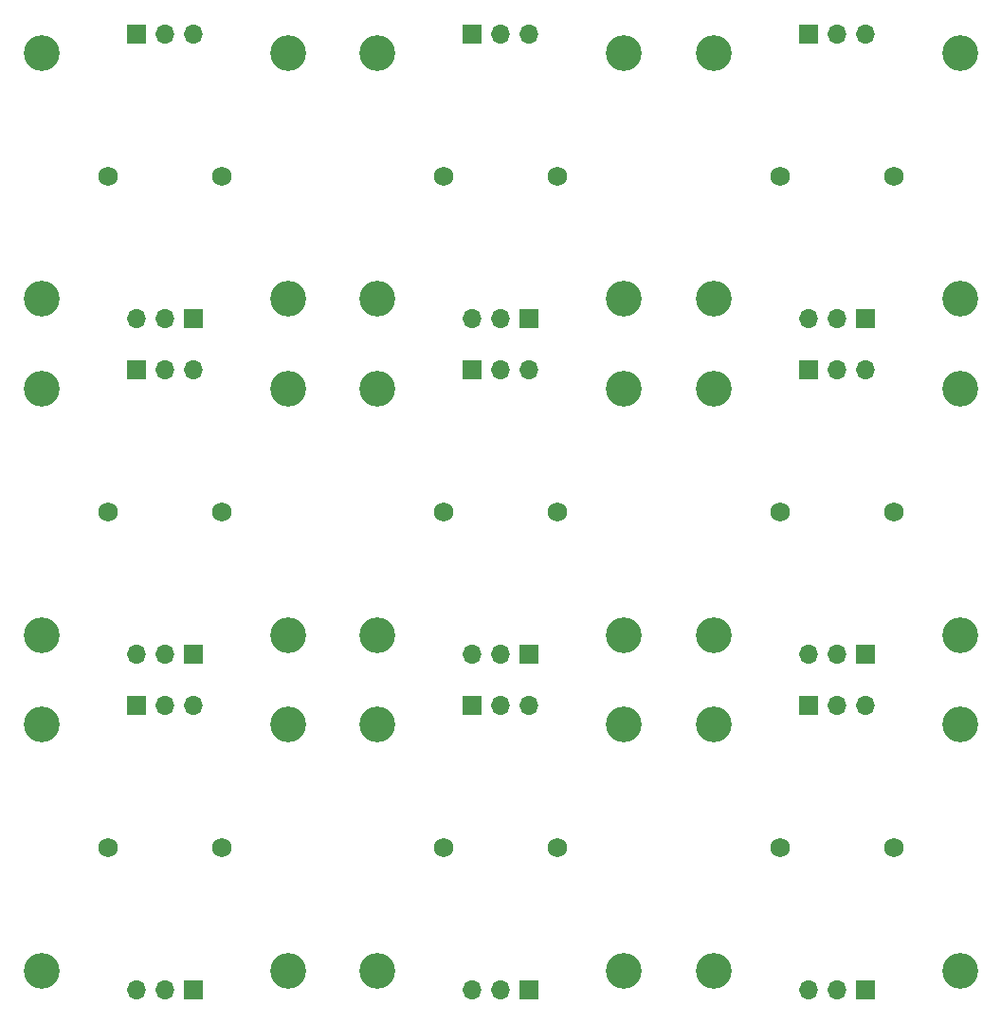
<source format=gbr>
G04 #@! TF.GenerationSoftware,KiCad,Pcbnew,8.0.3*
G04 #@! TF.CreationDate,2024-06-06T13:15:10+09:00*
G04 #@! TF.ProjectId,analog_switch_tester,616e616c-6f67-45f7-9377-697463685f74,1*
G04 #@! TF.SameCoordinates,Original*
G04 #@! TF.FileFunction,Soldermask,Bot*
G04 #@! TF.FilePolarity,Negative*
%FSLAX46Y46*%
G04 Gerber Fmt 4.6, Leading zero omitted, Abs format (unit mm)*
G04 Created by KiCad (PCBNEW 8.0.3) date 2024-06-06 13:15:10*
%MOMM*%
%LPD*%
G01*
G04 APERTURE LIST*
%ADD10O,1.700000X1.700000*%
%ADD11R,1.700000X1.700000*%
%ADD12C,3.200000*%
%ADD13C,1.750000*%
G04 APERTURE END LIST*
D10*
G04 #@! TO.C,J9*
X93274000Y-106603500D03*
X95814000Y-106603500D03*
D11*
X98354000Y-106603500D03*
G04 #@! TD*
D12*
G04 #@! TO.C,MB_35*
X84814000Y-104903500D03*
G04 #@! TD*
D10*
G04 #@! TO.C,Mount9*
X98354000Y-81203500D03*
X95814000Y-81203500D03*
D11*
X93274000Y-81203500D03*
G04 #@! TD*
D12*
G04 #@! TO.C,MB_34*
X106814000Y-82903500D03*
G04 #@! TD*
D13*
G04 #@! TO.C,U9*
X90734000Y-93903500D03*
X100894000Y-93903500D03*
G04 #@! TD*
D12*
G04 #@! TO.C,MB_36*
X106814000Y-104903500D03*
G04 #@! TD*
G04 #@! TO.C,MB_33*
X84814000Y-82903500D03*
G04 #@! TD*
D10*
G04 #@! TO.C,J8*
X63274000Y-106603500D03*
X65814000Y-106603500D03*
D11*
X68354000Y-106603500D03*
G04 #@! TD*
D12*
G04 #@! TO.C,MB_31*
X54814000Y-104903500D03*
G04 #@! TD*
D10*
G04 #@! TO.C,Mount8*
X68354000Y-81203500D03*
X65814000Y-81203500D03*
D11*
X63274000Y-81203500D03*
G04 #@! TD*
D12*
G04 #@! TO.C,MB_30*
X76814000Y-82903500D03*
G04 #@! TD*
D13*
G04 #@! TO.C,U8*
X60734000Y-93903500D03*
X70894000Y-93903500D03*
G04 #@! TD*
D12*
G04 #@! TO.C,MB_32*
X76814000Y-104903500D03*
G04 #@! TD*
G04 #@! TO.C,MB_29*
X54814000Y-82903500D03*
G04 #@! TD*
D10*
G04 #@! TO.C,J7*
X33274000Y-106603500D03*
X35814000Y-106603500D03*
D11*
X38354000Y-106603500D03*
G04 #@! TD*
D12*
G04 #@! TO.C,MB_27*
X24814000Y-104903500D03*
G04 #@! TD*
D10*
G04 #@! TO.C,Mount7*
X38354000Y-81203500D03*
X35814000Y-81203500D03*
D11*
X33274000Y-81203500D03*
G04 #@! TD*
D12*
G04 #@! TO.C,MB_26*
X46814000Y-82903500D03*
G04 #@! TD*
D13*
G04 #@! TO.C,U7*
X30734000Y-93903500D03*
X40894000Y-93903500D03*
G04 #@! TD*
D12*
G04 #@! TO.C,MB_28*
X46814000Y-104903500D03*
G04 #@! TD*
G04 #@! TO.C,MB_25*
X24814000Y-82903500D03*
G04 #@! TD*
D10*
G04 #@! TO.C,J6*
X93274000Y-76603500D03*
X95814000Y-76603500D03*
D11*
X98354000Y-76603500D03*
G04 #@! TD*
D12*
G04 #@! TO.C,MB_23*
X84814000Y-74903500D03*
G04 #@! TD*
D10*
G04 #@! TO.C,Mount6*
X98354000Y-51203500D03*
X95814000Y-51203500D03*
D11*
X93274000Y-51203500D03*
G04 #@! TD*
D12*
G04 #@! TO.C,MB_22*
X106814000Y-52903500D03*
G04 #@! TD*
D13*
G04 #@! TO.C,U6*
X90734000Y-63903500D03*
X100894000Y-63903500D03*
G04 #@! TD*
D12*
G04 #@! TO.C,MB_24*
X106814000Y-74903500D03*
G04 #@! TD*
G04 #@! TO.C,MB_21*
X84814000Y-52903500D03*
G04 #@! TD*
D10*
G04 #@! TO.C,J5*
X63274000Y-76603500D03*
X65814000Y-76603500D03*
D11*
X68354000Y-76603500D03*
G04 #@! TD*
D12*
G04 #@! TO.C,MB_19*
X54814000Y-74903500D03*
G04 #@! TD*
D10*
G04 #@! TO.C,Mount5*
X68354000Y-51203500D03*
X65814000Y-51203500D03*
D11*
X63274000Y-51203500D03*
G04 #@! TD*
D12*
G04 #@! TO.C,MB_18*
X76814000Y-52903500D03*
G04 #@! TD*
D13*
G04 #@! TO.C,U5*
X60734000Y-63903500D03*
X70894000Y-63903500D03*
G04 #@! TD*
D12*
G04 #@! TO.C,MB_20*
X76814000Y-74903500D03*
G04 #@! TD*
G04 #@! TO.C,MB_17*
X54814000Y-52903500D03*
G04 #@! TD*
D10*
G04 #@! TO.C,J4*
X33274000Y-76603500D03*
X35814000Y-76603500D03*
D11*
X38354000Y-76603500D03*
G04 #@! TD*
D12*
G04 #@! TO.C,MB_15*
X24814000Y-74903500D03*
G04 #@! TD*
D10*
G04 #@! TO.C,Mount4*
X38354000Y-51203500D03*
X35814000Y-51203500D03*
D11*
X33274000Y-51203500D03*
G04 #@! TD*
D12*
G04 #@! TO.C,MB_14*
X46814000Y-52903500D03*
G04 #@! TD*
D13*
G04 #@! TO.C,U4*
X30734000Y-63903500D03*
X40894000Y-63903500D03*
G04 #@! TD*
D12*
G04 #@! TO.C,MB_16*
X46814000Y-74903500D03*
G04 #@! TD*
G04 #@! TO.C,MB_13*
X24814000Y-52903500D03*
G04 #@! TD*
D10*
G04 #@! TO.C,J3*
X93274000Y-46603500D03*
X95814000Y-46603500D03*
D11*
X98354000Y-46603500D03*
G04 #@! TD*
D12*
G04 #@! TO.C,MB_11*
X84814000Y-44903500D03*
G04 #@! TD*
D10*
G04 #@! TO.C,Mount3*
X98354000Y-21203500D03*
X95814000Y-21203500D03*
D11*
X93274000Y-21203500D03*
G04 #@! TD*
D12*
G04 #@! TO.C,MB_10*
X106814000Y-22903500D03*
G04 #@! TD*
D13*
G04 #@! TO.C,U3*
X90734000Y-33903500D03*
X100894000Y-33903500D03*
G04 #@! TD*
D12*
G04 #@! TO.C,MB_12*
X106814000Y-44903500D03*
G04 #@! TD*
G04 #@! TO.C,MB_9*
X84814000Y-22903500D03*
G04 #@! TD*
D10*
G04 #@! TO.C,J2*
X63274000Y-46603500D03*
X65814000Y-46603500D03*
D11*
X68354000Y-46603500D03*
G04 #@! TD*
D12*
G04 #@! TO.C,MB_7*
X54814000Y-44903500D03*
G04 #@! TD*
D10*
G04 #@! TO.C,Mount2*
X68354000Y-21203500D03*
X65814000Y-21203500D03*
D11*
X63274000Y-21203500D03*
G04 #@! TD*
D12*
G04 #@! TO.C,MB_6*
X76814000Y-22903500D03*
G04 #@! TD*
D13*
G04 #@! TO.C,U2*
X60734000Y-33903500D03*
X70894000Y-33903500D03*
G04 #@! TD*
D12*
G04 #@! TO.C,MB_8*
X76814000Y-44903500D03*
G04 #@! TD*
G04 #@! TO.C,MB_5*
X54814000Y-22903500D03*
G04 #@! TD*
D10*
G04 #@! TO.C,Mount1*
X38354000Y-21203500D03*
X35814000Y-21203500D03*
D11*
X33274000Y-21203500D03*
G04 #@! TD*
D12*
G04 #@! TO.C,MB_1*
X24814000Y-22903500D03*
G04 #@! TD*
D13*
G04 #@! TO.C,U1*
X30734000Y-33903500D03*
X40894000Y-33903500D03*
G04 #@! TD*
D12*
G04 #@! TO.C,MB_2*
X46814000Y-22903500D03*
G04 #@! TD*
G04 #@! TO.C,MB_4*
X46814000Y-44903500D03*
G04 #@! TD*
G04 #@! TO.C,MB_3*
X24814000Y-44903500D03*
G04 #@! TD*
D10*
G04 #@! TO.C,J1*
X33274000Y-46603500D03*
X35814000Y-46603500D03*
D11*
X38354000Y-46603500D03*
G04 #@! TD*
M02*

</source>
